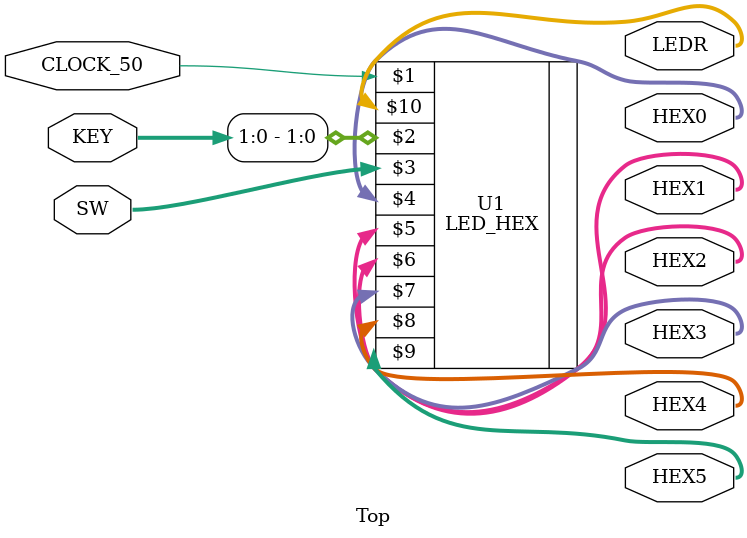
<source format=v>

`default_nettype none

module Top (CLOCK_50, KEY, SW, HEX0, HEX1, HEX2, HEX3, HEX4, HEX5, LEDR);
    input  wire         CLOCK_50;   // DE-series 50 MHz clock signal
    input  wire [ 3: 0] KEY;        // DE-series pushbuttons
    input  wire [ 9: 0] SW;         // DE-series switches
    output wire [ 6: 0] HEX0;       // DE-series HEX displays
    output wire [ 6: 0] HEX1;
    output wire [ 6: 0] HEX2;
    output wire [ 6: 0] HEX3;
    output wire [ 6: 0] HEX4;
    output wire [ 6: 0] HEX5;
    output wire [ 9: 0] LEDR;       // DE-series LEDs

    LED_HEX U1 (CLOCK_50, KEY[1:0], SW, HEX0, HEX1, HEX2, HEX3, HEX4, HEX5, LEDR);

endmodule

</source>
